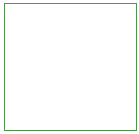
<source format=gbr>
%TF.GenerationSoftware,KiCad,Pcbnew,8.0.4+1*%
%TF.CreationDate,2024-10-13T16:33:14+00:00*%
%TF.ProjectId,nixie,6e697869-652e-46b6-9963-61645f706362,v1.1*%
%TF.SameCoordinates,Original*%
%TF.FileFunction,Other,User*%
%FSLAX46Y46*%
G04 Gerber Fmt 4.6, Leading zero omitted, Abs format (unit mm)*
G04 Created by KiCad (PCBNEW 8.0.4+1) date 2024-10-13 16:33:14*
%MOMM*%
%LPD*%
G01*
G04 APERTURE LIST*
%ADD10C,0.050000*%
G04 APERTURE END LIST*
D10*
%TO.C,J1*%
X122870000Y-61395000D02*
X122870000Y-72205000D01*
X122870000Y-72205000D02*
X134040000Y-72205000D01*
X134040000Y-61395000D02*
X122870000Y-61395000D01*
X134040000Y-72205000D02*
X134040000Y-61395000D01*
%TD*%
M02*

</source>
